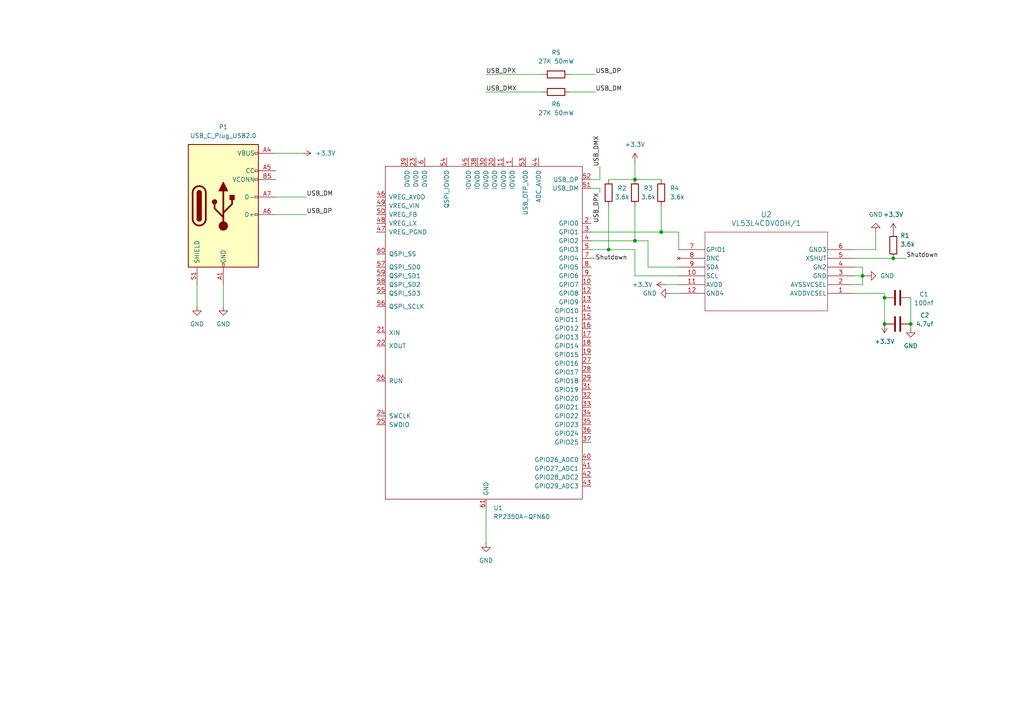
<source format=kicad_sch>
(kicad_sch (version 20250114) (generator "eeschema") (generator_version "9.0")
  (paper "A4")
  (lib_symbols
    (symbol "Connector:USB_C_Plug_USB2.0" (pin_names (offset 1.016))
      (property "Reference" "P" (at -10.16 19.05 0))
      (property "Value" "USB_C_Plug_USB2.0" (at 12.7 19.05 0))
      (symbol "USB_C_Plug_USB2.0_0_0"
        (rectangle (start -0.254 -17.78) (end 0.254 -16.764))
        (rectangle (start 10.16 15.494) (end 9.144 14.986))
        (rectangle (start 10.16 10.414) (end 9.144 9.906))
        (rectangle (start 10.16 7.874) (end 9.144 7.366))
        (rectangle (start 10.16 2.794) (end 9.144 2.286))
        (rectangle (start 10.16 -2.286) (end 9.144 -2.794))
      )
      (symbol "USB_C_Plug_USB2.0_0_1"
        (rectangle (start -10.16 17.78) (end 10.16 -17.78) (stroke (width 0.254)) (fill (type background)))
        (polyline (pts (xy -8.89 -3.81) (xy -8.89 3.81)) (stroke (width 0.508)))
        (rectangle (start -7.62 -3.81) (end -6.35 3.81) (stroke (width 0.254)) (fill (type outline)))
        (arc (start -7.62 3.81) (mid -6.985 4.4423) (end -6.35 3.81) (stroke (width 0.254)))
        (arc (start -7.62 3.81) (mid -6.985 4.4423) (end -6.35 3.81) (stroke (width 0.254)) (fill (type outline)))
        (arc (start -8.89 3.81) (mid -6.985 5.7067) (end -5.08 3.81) (stroke (width 0.508)))
        (arc (start -5.08 -3.81) (mid -6.985 -5.7067) (end -8.89 -3.81) (stroke (width 0.508)))
        (arc (start -6.35 -3.81) (mid -6.985 -4.4423) (end -7.62 -3.81) (stroke (width 0.254)))
        (arc (start -6.35 -3.81) (mid -6.985 -4.4423) (end -7.62 -3.81) (stroke (width 0.254)) (fill (type outline)))
        (polyline (pts (xy -5.08 3.81) (xy -5.08 -3.81)) (stroke (width 0.508)))
        (circle (center -2.54 1.143) (radius 0.635) (stroke (width 0.254)) (fill (type outline)))
        (polyline (pts (xy -1.27 4.318) (xy 0 6.858) (xy 1.27 4.318) (xy -1.27 4.318)) (stroke (width 0.254)) (fill (type outline)))
        (polyline (pts (xy 0 -2.032) (xy 2.54 0.508) (xy 2.54 1.778)) (stroke (width 0.508)))
        (polyline (pts (xy 0 -3.302) (xy -2.54 -0.762) (xy -2.54 0.508)) (stroke (width 0.508)))
        (polyline (pts (xy 0 -5.842) (xy 0 4.318)) (stroke (width 0.508)))
        (circle (center 0 -5.842) (radius 1.27) (fill (type outline)))
        (rectangle (start 1.905 1.778) (end 3.175 3.048) (stroke (width 0.254)) (fill (type outline)))
      )
      (symbol "USB_C_Plug_USB2.0_1_1"
        (pin passive line (at -7.62 -22.86 90) (length 5.08) (name "SHIELD") (number "S1"))
        (pin passive line (at 0 -22.86 90) (length 5.08) (name "GND") (number "A1"))
        (pin passive line (at 0 -22.86 90) (length 5.08) (hide yes) (name "GND") (number "A12"))
        (pin passive line (at 0 -22.86 90) (length 5.08) (hide yes) (name "GND") (number "B1"))
        (pin passive line (at 0 -22.86 90) (length 5.08) (hide yes) (name "GND") (number "B12"))
        (pin passive line (at 15.24 15.24 180) (length 5.08) (name "VBUS") (number "A4"))
        (pin passive line (at 15.24 15.24 180) (length 5.08) (hide yes) (name "VBUS") (number "A9"))
        (pin passive line (at 15.24 15.24 180) (length 5.08) (hide yes) (name "VBUS") (number "B4"))
        (pin passive line (at 15.24 15.24 180) (length 5.08) (hide yes) (name "VBUS") (number "B9"))
        (pin bidirectional line (at 15.24 10.16 180) (length 5.08) (name "CC") (number "A5"))
        (pin bidirectional line (at 15.24 7.62 180) (length 5.08) (name "VCONN") (number "B5"))
        (pin bidirectional line (at 15.24 2.54 180) (length 5.08) (name "D-") (number "A7"))
        (pin bidirectional line (at 15.24 -2.54 180) (length 5.08) (name "D+") (number "A6"))
      )
    )
    (symbol "Device:C" (pin_numbers (hide yes)) (pin_names (offset 0.254))
      (property "Reference" "C" (at 0.635 2.54 0))
      (property "Value" "C" (at 0.635 -2.54 0))
      (symbol "C_0_1"
        (polyline (pts (xy -2.032 0.762) (xy 2.032 0.762)) (stroke (width 0.508)))
        (polyline (pts (xy -2.032 -0.762) (xy 2.032 -0.762)) (stroke (width 0.508)))
      )
      (symbol "C_1_1"
        (pin passive line (at 0 3.81 270) (length 2.794) (name "~") (number "1"))
        (pin passive line (at 0 -3.81 90) (length 2.794) (name "~") (number "2"))
      )
    )
    (symbol "Device:R" (pin_numbers (hide yes)) (pin_names (offset 0))
      (property "Reference" "R" (at 2.032 0 90))
      (property "Value" "R" (at 0 0 90))
      (symbol "R_0_1"
        (rectangle (start -1.016 -2.54) (end 1.016 2.54) (stroke (width 0.254)))
      )
      (symbol "R_1_1"
        (pin passive line (at 0 3.81 270) (length 1.27) (name "~") (number "1"))
        (pin passive line (at 0 -3.81 90) (length 1.27) (name "~") (number "2"))
      )
    )
    (symbol "VL53L4CD:VL53L4CDV0DH_1" (pin_names (offset 0.254))
      (property "Reference" "U" (at 25.4 10.16 0))
      (property "Value" "VL53L4CDV0DH/1" (at 25.4 7.62 0))
      (symbol "VL53L4CDV0DH_1_0_1"
        (polyline (pts (xy 7.62 5.08) (xy 7.62 -17.78)) (stroke (width 0.127)))
        (polyline (pts (xy 7.62 -17.78) (xy 43.18 -17.78)) (stroke (width 0.127)))
        (polyline (pts (xy 43.18 5.08) (xy 7.62 5.08)) (stroke (width 0.127)))
        (polyline (pts (xy 43.18 -17.78) (xy 43.18 5.08)) (stroke (width 0.127)))
        (pin power_in line (at 0 0 0) (length 7.62) (name "AVDDVCSEL") (number "1"))
        (pin power_out line (at 0 -2.54 0) (length 7.62) (name "AVSSVCSEL") (number "2"))
        (pin power_out line (at 0 -5.08 0) (length 7.62) (name "GND") (number "3"))
        (pin power_out line (at 0 -7.62 0) (length 7.62) (name "GN2") (number "4"))
        (pin unspecified line (at 0 -10.16 0) (length 7.62) (name "XSHUT") (number "5"))
        (pin power_out line (at 0 -12.7 0) (length 7.62) (name "GND3") (number "6"))
        (pin power_out line (at 50.8 0 180) (length 7.62) (name "GND4") (number "12"))
        (pin power_in line (at 50.8 -2.54 180) (length 7.62) (name "AVDD") (number "11"))
        (pin bidirectional line (at 50.8 -5.08 180) (length 7.62) (name "SCL") (number "10"))
        (pin bidirectional line (at 50.8 -7.62 180) (length 7.62) (name "SDA") (number "9"))
        (pin no_connect line (at 50.8 -10.16 180) (length 7.62) (name "DNC") (number "8"))
        (pin bidirectional line (at 50.8 -12.7 180) (length 7.62) (name "GPIO1") (number "7"))
      )
    )
    (symbol "power:+3.3V" (power) (pin_numbers (hide yes)) (pin_names (offset 0) (hide yes))
      (property "Value" "+3.3V" (at 0 3.556 0))
      (symbol "+3.3V_0_1"
        (polyline (pts (xy -0.762 1.27) (xy 0 2.54)))
        (polyline (pts (xy 0 2.54) (xy 0.762 1.27)))
        (polyline (pts (xy 0 0) (xy 0 2.54)))
      )
      (symbol "+3.3V_1_1"
        (pin power_in line (at 0 0 90) (length 0) (name "~") (number "1"))
      )
    )
    (symbol "power:GND" (power) (pin_numbers (hide yes)) (pin_names (offset 0) (hide yes))
      (property "Value" "GND" (at 0 -3.81 0))
      (symbol "GND_0_1"
        (polyline (pts (xy 0 0) (xy 0 -1.27) (xy 1.27 -1.27) (xy 0 -2.54) (xy -1.27 -1.27) (xy 0 -1.27)))
      )
      (symbol "GND_1_1"
        (pin power_in line (at 0 0 270) (length 0) (name "~") (number "1"))
      )
    )
    (symbol "rp2350a-qfn60:RP2350A-QFN60" (pin_names (offset 1.016))
      (property "Reference" "U" (at 0 -1.27 0))
      (property "Value" "RP2350A-QFN60" (at 0 1.27 0))
      (symbol "RP2350A-QFN60_0_1"
        (rectangle (start -29.21 44.45) (end 27.94 -52.07))
      )
      (symbol "RP2350A-QFN60_1_0"
        (pin passive line (at 0 -54.61 90) (length 2.54) (name "GND") (number "61"))
      )
      (symbol "RP2350A-QFN60_1_1"
        (pin power_in line (at -31.75 35.56 0) (length 2.54) (name "VREG_AVDD") (number "46"))
        (pin power_in line (at -31.75 33.02 0) (length 2.54) (name "VREG_VIN") (number "49"))
        (pin power_in line (at -31.75 30.48 0) (length 2.54) (name "VREG_FB") (number "50"))
        (pin power_out line (at -31.75 27.94 0) (length 2.54) (name "VREG_LX") (number "48"))
        (pin input line (at -31.75 25.4 0) (length 2.54) (name "VREG_PGND") (number "47"))
        (pin bidirectional line (at -31.75 19.05 0) (length 2.54) (name "QSPI_SS") (number "60"))
        (pin bidirectional line (at -31.75 15.24 0) (length 2.54) (name "QSPI_SD0") (number "57"))
        (pin bidirectional line (at -31.75 12.7 0) (length 2.54) (name "QSPI_SD1") (number "59"))
        (pin bidirectional line (at -31.75 10.16 0) (length 2.54) (name "QSPI_SD2") (number "58"))
        (pin bidirectional line (at -31.75 7.62 0) (length 2.54) (name "QSPI_SD3") (number "55"))
        (pin bidirectional line (at -31.75 3.81 0) (length 2.54) (name "QSPI_SCLK") (number "56"))
        (pin input line (at -31.75 -3.81 0) (length 2.54) (name "XIN") (number "21"))
        (pin output line (at -31.75 -7.62 0) (length 2.54) (name "XOUT") (number "22"))
        (pin input line (at -31.75 -17.78 0) (length 2.54) (name "RUN") (number "26"))
        (pin input line (at -31.75 -27.94 0) (length 2.54) (name "SWCLK") (number "24"))
        (pin bidirectional line (at -31.75 -30.48 0) (length 2.54) (name "SWDIO") (number "25"))
        (pin power_in line (at -22.86 46.99 270) (length 2.54) (name "DVDD") (number "39"))
        (pin power_in line (at -20.32 46.99 270) (length 2.54) (name "DVDD") (number "23"))
        (pin power_in line (at -17.78 46.99 270) (length 2.54) (name "DVDD") (number "6"))
        (pin power_in line (at -11.43 46.99 270) (length 2.54) (name "QSPI_IOVDD") (number "54"))
        (pin power_in line (at -5.08 46.99 270) (length 2.54) (name "IOVDD") (number "45"))
        (pin power_in line (at -2.54 46.99 270) (length 2.54) (name "IOVDD") (number "38"))
        (pin power_in line (at 0 46.99 270) (length 2.54) (name "IOVDD") (number "30"))
        (pin power_in line (at 2.54 46.99 270) (length 2.54) (name "IOVDD") (number "20"))
        (pin power_in line (at 5.08 46.99 270) (length 2.54) (name "IOVDD") (number "11"))
        (pin power_in line (at 7.62 46.99 270) (length 2.54) (name "IOVDD") (number "1"))
        (pin power_in line (at 11.43 46.99 270) (length 2.54) (name "USB_OTP_VDD") (number "53"))
        (pin power_in line (at 15.24 46.99 270) (length 2.54) (name "ADC_AVDD") (number "44"))
        (pin bidirectional line (at 30.48 40.64 180) (length 2.54) (name "USB_DP") (number "52"))
        (pin bidirectional line (at 30.48 38.1 180) (length 2.54) (name "USB_DM") (number "51"))
        (pin bidirectional line (at 30.48 27.94 180) (length 2.54) (name "GPIO0") (number "2"))
        (pin bidirectional line (at 30.48 25.4 180) (length 2.54) (name "GPIO1") (number "3"))
        (pin bidirectional line (at 30.48 22.86 180) (length 2.54) (name "GPIO2") (number "4"))
        (pin bidirectional line (at 30.48 20.32 180) (length 2.54) (name "GPIO3") (number "5"))
        (pin bidirectional line (at 30.48 17.78 180) (length 2.54) (name "GPIO4") (number "7"))
        (pin bidirectional line (at 30.48 15.24 180) (length 2.54) (name "GPIO5") (number "8"))
        (pin bidirectional line (at 30.48 12.7 180) (length 2.54) (name "GPIO6") (number "9"))
        (pin bidirectional line (at 30.48 10.16 180) (length 2.54) (name "GPIO7") (number "10"))
        (pin bidirectional line (at 30.48 7.62 180) (length 2.54) (name "GPIO8") (number "12"))
        (pin bidirectional line (at 30.48 5.08 180) (length 2.54) (name "GPIO9") (number "13"))
        (pin bidirectional line (at 30.48 2.54 180) (length 2.54) (name "GPIO10") (number "14"))
        (pin bidirectional line (at 30.48 0 180) (length 2.54) (name "GPIO11") (number "15"))
        (pin bidirectional line (at 30.48 -2.54 180) (length 2.54) (name "GPIO12") (number "16"))
        (pin bidirectional line (at 30.48 -5.08 180) (length 2.54) (name "GPIO13") (number "17"))
        (pin bidirectional line (at 30.48 -7.62 180) (length 2.54) (name "GPIO14") (number "18"))
        (pin bidirectional line (at 30.48 -10.16 180) (length 2.54) (name "GPIO15") (number "19"))
        (pin bidirectional line (at 30.48 -12.7 180) (length 2.54) (name "GPIO16") (number "27"))
        (pin bidirectional line (at 30.48 -15.24 180) (length 2.54) (name "GPIO17") (number "28"))
        (pin bidirectional line (at 30.48 -17.78 180) (length 2.54) (name "GPIO18") (number "29"))
        (pin bidirectional line (at 30.48 -20.32 180) (length 2.54) (name "GPIO19") (number "31"))
        (pin bidirectional line (at 30.48 -22.86 180) (length 2.54) (name "GPIO20") (number "32"))
        (pin bidirectional line (at 30.48 -25.4 180) (length 2.54) (name "GPIO21") (number "33"))
        (pin bidirectional line (at 30.48 -27.94 180) (length 2.54) (name "GPIO22") (number "34"))
        (pin bidirectional line (at 30.48 -30.48 180) (length 2.54) (name "GPIO23") (number "35"))
        (pin bidirectional line (at 30.48 -33.02 180) (length 2.54) (name "GPIO24") (number "36"))
        (pin bidirectional line (at 30.48 -35.56 180) (length 2.54) (name "GPIO25") (number "37"))
        (pin bidirectional line (at 30.48 -40.64 180) (length 2.54) (name "GPIO26_ADC0") (number "40"))
        (pin bidirectional line (at 30.48 -43.18 180) (length 2.54) (name "GPIO27_ADC1") (number "41"))
        (pin bidirectional line (at 30.48 -45.72 180) (length 2.54) (name "GPIO28_ADC2") (number "42"))
        (pin bidirectional line (at 30.48 -48.26 180) (length 2.54) (name "GPIO29_ADC3") (number "43"))
      )
    )
  )
  (junction (at 184.15 52.07))
  (junction (at 250.19 80.01))
  (junction (at 256.54 86.36))
  (junction (at 184.15 69.85))
  (junction (at 176.53 72.39))
  (junction (at 264.16 93.98))
  (junction (at 256.54 93.98))
  (junction (at 191.77 67.31))
  (junction (at 259.08 74.93))
  (wire (pts (xy 80.01 62.23) (xy 88.9 62.23)))
  (wire (pts (xy 176.53 52.07) (xy 184.15 52.07)))
  (wire (pts (xy 264.16 93.98) (xy 264.16 95.25)))
  (wire (pts (xy 184.15 59.69) (xy 184.15 69.85)))
  (wire (pts (xy 247.65 72.39) (xy 254 72.39)))
  (wire (pts (xy 187.96 69.85) (xy 184.15 69.85)))
  (wire (pts (xy 196.85 72.39) (xy 196.85 67.31)))
  (wire (pts (xy 250.19 80.01) (xy 251.46 80.01)))
  (wire (pts (xy 196.85 80.01) (xy 184.15 80.01)))
  (wire (pts (xy 140.97 147.32) (xy 140.97 157.48)))
  (wire (pts (xy 247.65 77.47) (xy 250.19 77.47)))
  (wire (pts (xy 254 72.39) (xy 254 67.31)))
  (wire (pts (xy 184.15 52.07) (xy 191.77 52.07)))
  (wire (pts (xy 64.77 82.55) (xy 64.77 88.9)))
  (wire (pts (xy 173.99 48.26) (xy 173.99 52.07)))
  (wire (pts (xy 187.96 77.47) (xy 187.96 69.85)))
  (wire (pts (xy 256.54 85.09) (xy 247.65 85.09)))
  (wire (pts (xy 57.15 82.55) (xy 57.15 88.9)))
  (wire (pts (xy 193.04 82.55) (xy 196.85 82.55)))
  (wire (pts (xy 140.97 26.67) (xy 157.48 26.67)))
  (wire (pts (xy 264.16 86.36) (xy 264.16 93.98)))
  (wire (pts (xy 171.45 54.61) (xy 173.99 54.61)))
  (wire (pts (xy 196.85 77.47) (xy 187.96 77.47)))
  (wire (pts (xy 250.19 82.55) (xy 250.19 80.01)))
  (wire (pts (xy 194.31 85.09) (xy 196.85 85.09)))
  (wire (pts (xy 184.15 46.99) (xy 184.15 52.07)))
  (wire (pts (xy 247.65 74.93) (xy 259.08 74.93)))
  (wire (pts (xy 171.45 74.93) (xy 172.72 74.93)))
  (wire (pts (xy 176.53 59.69) (xy 176.53 72.39)))
  (wire (pts (xy 140.97 21.59) (xy 157.48 21.59)))
  (wire (pts (xy 259.08 74.93) (xy 262.89 74.93)))
  (wire (pts (xy 256.54 86.36) (xy 256.54 85.09)))
  (wire (pts (xy 80.01 57.15) (xy 88.9 57.15)))
  (wire (pts (xy 171.45 52.07) (xy 173.99 52.07)))
  (wire (pts (xy 247.65 80.01) (xy 250.19 80.01)))
  (wire (pts (xy 247.65 82.55) (xy 250.19 82.55)))
  (wire (pts (xy 165.1 21.59) (xy 172.72 21.59)))
  (wire (pts (xy 184.15 72.39) (xy 176.53 72.39)))
  (wire (pts (xy 191.77 67.31) (xy 196.85 67.31)))
  (wire (pts (xy 80.01 44.45) (xy 87.63 44.45)))
  (wire (pts (xy 191.77 59.69) (xy 191.77 67.31)))
  (wire (pts (xy 184.15 80.01) (xy 184.15 72.39)))
  (wire (pts (xy 184.15 69.85) (xy 171.45 69.85)))
  (wire (pts (xy 256.54 93.98) (xy 256.54 86.36)))
  (wire (pts (xy 173.99 54.61) (xy 173.99 55.88)))
  (wire (pts (xy 250.19 77.47) (xy 250.19 80.01)))
  (wire (pts (xy 171.45 67.31) (xy 191.77 67.31)))
  (wire (pts (xy 165.1 26.67) (xy 172.72 26.67)))
  (wire (pts (xy 176.53 72.39) (xy 171.45 72.39)))
  (label "USB_DP" (at 88.9 62.23 0))
  (label "USB_DMX" (at 173.99 48.26 90))
  (label "USB_DP" (at 172.72 21.59 0))
  (label "USB_DPX" (at 140.97 21.59 0))
  (label "USB_DM" (at 172.72 26.67 0))
  (label "USB_DM" (at 88.9 57.15 0))
  (label "Shutdown" (at 262.89 74.93 0))
  (label "Shutdown" (at 172.72 74.93 0))
  (label "USB_DPX" (at 173.99 55.88 270))
  (label "USB_DMX" (at 140.97 26.67 0))
  (symbol (lib_id "Device:C") (at 260.35 93.98 90) (unit 1)
    (property "Reference" "C2" (at 268.224 91.44 90))
    (property "Value" "4.7uf" (at 268.224 93.98 90))
    (property "Description" "Unpolarized capacitor" (effects (hide yes)))
  )
  (symbol (lib_id "Device:R") (at 176.53 55.88 0) (unit 1)
    (property "Reference" "R2" (at 179.07 54.6099 0) (effects (justify left)))
    (property "Value" "3.6k" (at 178.308 57.15 0) (effects (justify left)))
    (property "Description" "Resistor" (effects (hide yes)))
  )
  (symbol (lib_id "power:+3.3V") (at 193.04 82.55 90) (unit 1)
    (property "Reference" "#PWR06" (effects (hide yes)))
    (property "Value" "+3.3V" (at 189.23 82.5499 90) (effects (justify left)))
    (property "Description" "Power symbol creates a global label with name \"+3.3V\"" (effects (hide yes)))
  )
  (symbol (lib_id "Device:C") (at 260.35 86.36 90) (unit 1)
    (property "Reference" "C1" (at 267.97 85.344 90))
    (property "Value" "100nf" (at 267.97 87.884 90))
    (property "Description" "Unpolarized capacitor" (effects (hide yes)))
  )
  (symbol (lib_id "Device:R") (at 161.29 21.59 90) (unit 1)
    (property "Reference" "R5" (at 161.29 15.24 90))
    (property "Value" "27K 50mW" (at 161.29 17.78 90))
    (property "Description" "Resistor" (effects (hide yes)))
  )
  (symbol (lib_id "Device:R") (at 191.77 55.88 0) (unit 1)
    (property "Reference" "R4" (at 194.31 54.6099 0) (effects (justify left)))
    (property "Value" "3.6k" (at 194.31 57.1499 0) (effects (justify left)))
    (property "Description" "Resistor" (effects (hide yes)))
  )
  (symbol (lib_id "power:GND") (at 254 67.31 180) (unit 1)
    (property "Reference" "#PWR03" (effects (hide yes)))
    (property "Value" "GND" (at 254 62.23 0))
    (property "Description" "Power symbol creates a global label with name \"GND\" , ground" (effects (hide yes)))
  )
  (symbol (lib_id "power:GND") (at 140.97 157.48 0) (unit 1)
    (property "Reference" "#PWR01" (effects (hide yes)))
    (property "Value" "GND" (at 140.97 162.56 0))
    (property "Description" "Power symbol creates a global label with name \"GND\" , ground" (effects (hide yes)))
  )
  (symbol (lib_id "power:+3.3V") (at 87.63 44.45 270) (unit 1)
    (property "Reference" "#PWR012" (effects (hide yes)))
    (property "Value" "+3.3V" (at 91.44 44.4499 90) (effects (justify left)))
    (property "Description" "Power symbol creates a global label with name \"+3.3V\"" (effects (hide yes)))
  )
  (symbol (lib_id "power:GND") (at 57.15 88.9 0) (unit 1)
    (property "Reference" "#PWR010" (effects (hide yes)))
    (property "Value" "GND" (at 57.15 93.98 0))
    (property "Description" "Power symbol creates a global label with name \"GND\" , ground" (effects (hide yes)))
  )
  (symbol (lib_id "Device:R") (at 259.08 71.12 0) (unit 1)
    (property "Reference" "R1" (at 261.112 68.326 0) (effects (justify left)))
    (property "Value" "3.6k" (at 261.112 70.866 0) (effects (justify left)))
    (property "Description" "Resistor" (effects (hide yes)))
  )
  (symbol (lib_id "power:+3.3V") (at 259.08 67.31 0) (unit 1)
    (property "Reference" "#PWR07" (effects (hide yes)))
    (property "Value" "+3.3V" (at 259.08 62.23 0))
    (property "Description" "Power symbol creates a global label with name \"+3.3V\"" (effects (hide yes)))
  )
  (symbol (lib_id "power:GND") (at 251.46 80.01 90) (unit 1)
    (property "Reference" "#PWR05" (effects (hide yes)))
    (property "Value" "GND" (at 255.27 80.0099 90) (effects (justify right)))
    (property "Description" "Power symbol creates a global label with name \"GND\" , ground" (effects (hide yes)))
  )
  (symbol (lib_id "rp2350a-qfn60:RP2350A-QFN60") (at 140.97 92.71 0) (unit 1)
    (property "Reference" "U1" (at 143.1133 147.32 0) (effects (justify left)))
    (property "Value" "RP2350A-QFN60" (at 143.1133 149.86 0) (effects (justify left)))
    (property "Footprint" "Importedfootprints:RP2350A_QFN-60_EP_7.75x7.75_Pitch0.4mm" (effects (hide yes)))
  )
  (symbol (lib_id "power:+3.3V") (at 184.15 46.99 0) (unit 1)
    (property "Reference" "#PWR09" (effects (hide yes)))
    (property "Value" "+3.3V" (at 184.15 41.91 0))
    (property "Description" "Power symbol creates a global label with name \"+3.3V\"" (effects (hide yes)))
  )
  (symbol (lib_id "power:+3.3V") (at 256.54 93.98 180) (unit 1)
    (property "Reference" "#PWR02" (effects (hide yes)))
    (property "Value" "+3.3V" (at 256.54 99.06 0))
    (property "Description" "Power symbol creates a global label with name \"+3.3V\"" (effects (hide yes)))
  )
  (symbol (lib_id "power:GND") (at 264.16 95.25 0) (unit 1)
    (property "Reference" "#PWR08" (effects (hide yes)))
    (property "Value" "GND" (at 264.16 100.33 0))
    (property "Description" "Power symbol creates a global label with name \"GND\" , ground" (effects (hide yes)))
  )
  (symbol (lib_id "Device:R") (at 161.29 26.67 90) (unit 1)
    (property "Reference" "R6" (at 161.29 30.226 90))
    (property "Value" "27K 50mW" (at 161.29 32.766 90))
    (property "Description" "Resistor" (effects (hide yes)))
  )
  (symbol (lib_id "Connector:USB_C_Plug_USB2.0") (at 64.77 59.69 0) (unit 1)
    (property "Reference" "P1" (at 64.77 36.83 0))
    (property "Value" "USB_C_Plug_USB2.0" (at 64.77 39.37 0))
    (property "Datasheet" "https://www.usb.org/sites/default/files/documents/usb_type-c.zip" (effects (hide yes)))
    (property "Description" "USB 2.0-only Type-C Plug connector" (effects (hide yes)))
  )
  (symbol (lib_id "VL53L4CD:VL53L4CDV0DH_1") (at 247.65 85.09 180) (unit 1)
    (property "Reference" "U2" (at 222.25 62.23 0) (effects (font (size 1.524 1.524))))
    (property "Value" "VL53L4CDV0DH/1" (at 222.25 64.77 0) (effects (font (size 1.524 1.524))))
    (property "Footprint" "Importedfootprints:LGA12_STM" (effects (hide yes)))
    (property "Datasheet" "https://www.st.com/resource/en/datasheet/vl53l4cd.pdf" (effects (hide yes)))
  )
  (symbol (lib_id "power:GND") (at 64.77 88.9 0) (unit 1)
    (property "Reference" "#PWR011" (effects (hide yes)))
    (property "Value" "GND" (at 64.77 93.98 0))
    (property "Description" "Power symbol creates a global label with name \"GND\" , ground" (effects (hide yes)))
  )
  (symbol (lib_id "power:GND") (at 194.31 85.09 270) (unit 1)
    (property "Reference" "#PWR04" (effects (hide yes)))
    (property "Value" "GND" (at 190.5 85.0899 90) (effects (justify right)))
    (property "Description" "Power symbol creates a global label with name \"GND\" , ground" (effects (hide yes)))
  )
  (symbol (lib_id "Device:R") (at 184.15 55.88 0) (unit 1)
    (property "Reference" "R3" (at 186.69 54.6099 0) (effects (justify left)))
    (property "Value" "3.6k" (at 185.928 57.15 0) (effects (justify left)))
    (property "Description" "Resistor" (effects (hide yes)))
  )
)
</source>
